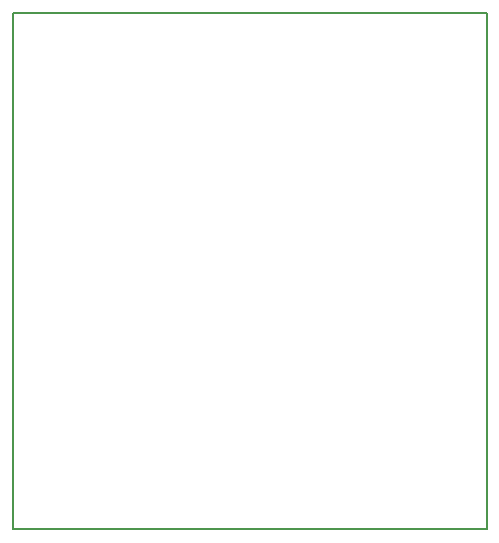
<source format=gbr>
G04 (created by PCBNEW (2013-may-18)-stable) date Sun 22 Jun 2014 12:37:11 AM EDT*
%MOIN*%
G04 Gerber Fmt 3.4, Leading zero omitted, Abs format*
%FSLAX34Y34*%
G01*
G70*
G90*
G04 APERTURE LIST*
%ADD10C,0.00590551*%
G04 APERTURE END LIST*
G54D10*
X40800Y-28000D02*
X25000Y-28000D01*
X25000Y-45200D02*
X40800Y-45200D01*
X40800Y-28000D02*
X40800Y-45200D01*
X25000Y-28000D02*
X25000Y-28200D01*
X25000Y-28600D02*
X25000Y-28000D01*
X25000Y-28200D02*
X25000Y-28600D01*
X25000Y-28600D02*
X25000Y-45200D01*
M02*

</source>
